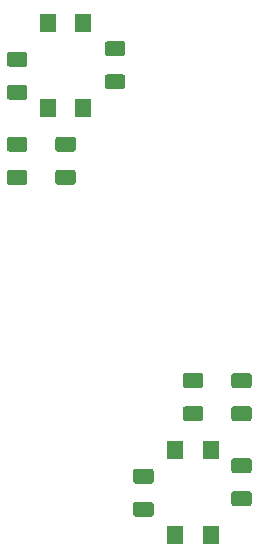
<source format=gbr>
G04 #@! TF.GenerationSoftware,KiCad,Pcbnew,(5.0.1)-4*
G04 #@! TF.CreationDate,2019-02-20T00:24:04+08:00*
G04 #@! TF.ProjectId,Xiaomi2Ali-Smart-Plug-WIFI-Module-Rev.B,5869616F6D6932416C692D536D617274,rev?*
G04 #@! TF.SameCoordinates,Original*
G04 #@! TF.FileFunction,Paste,Top*
G04 #@! TF.FilePolarity,Positive*
%FSLAX46Y46*%
G04 Gerber Fmt 4.6, Leading zero omitted, Abs format (unit mm)*
G04 Created by KiCad (PCBNEW (5.0.1)-4) date 2019/2/20 0:24:04*
%MOMM*%
%LPD*%
G01*
G04 APERTURE LIST*
%ADD10C,0.100000*%
%ADD11C,1.250000*%
%ADD12R,1.400000X1.600000*%
G04 APERTURE END LIST*
D10*
G04 #@! TO.C,R1*
G36*
X149449504Y-104276204D02*
X149473773Y-104279804D01*
X149497571Y-104285765D01*
X149520671Y-104294030D01*
X149542849Y-104304520D01*
X149563893Y-104317133D01*
X149583598Y-104331747D01*
X149601777Y-104348223D01*
X149618253Y-104366402D01*
X149632867Y-104386107D01*
X149645480Y-104407151D01*
X149655970Y-104429329D01*
X149664235Y-104452429D01*
X149670196Y-104476227D01*
X149673796Y-104500496D01*
X149675000Y-104525000D01*
X149675000Y-105275000D01*
X149673796Y-105299504D01*
X149670196Y-105323773D01*
X149664235Y-105347571D01*
X149655970Y-105370671D01*
X149645480Y-105392849D01*
X149632867Y-105413893D01*
X149618253Y-105433598D01*
X149601777Y-105451777D01*
X149583598Y-105468253D01*
X149563893Y-105482867D01*
X149542849Y-105495480D01*
X149520671Y-105505970D01*
X149497571Y-105514235D01*
X149473773Y-105520196D01*
X149449504Y-105523796D01*
X149425000Y-105525000D01*
X148175000Y-105525000D01*
X148150496Y-105523796D01*
X148126227Y-105520196D01*
X148102429Y-105514235D01*
X148079329Y-105505970D01*
X148057151Y-105495480D01*
X148036107Y-105482867D01*
X148016402Y-105468253D01*
X147998223Y-105451777D01*
X147981747Y-105433598D01*
X147967133Y-105413893D01*
X147954520Y-105392849D01*
X147944030Y-105370671D01*
X147935765Y-105347571D01*
X147929804Y-105323773D01*
X147926204Y-105299504D01*
X147925000Y-105275000D01*
X147925000Y-104525000D01*
X147926204Y-104500496D01*
X147929804Y-104476227D01*
X147935765Y-104452429D01*
X147944030Y-104429329D01*
X147954520Y-104407151D01*
X147967133Y-104386107D01*
X147981747Y-104366402D01*
X147998223Y-104348223D01*
X148016402Y-104331747D01*
X148036107Y-104317133D01*
X148057151Y-104304520D01*
X148079329Y-104294030D01*
X148102429Y-104285765D01*
X148126227Y-104279804D01*
X148150496Y-104276204D01*
X148175000Y-104275000D01*
X149425000Y-104275000D01*
X149449504Y-104276204D01*
X149449504Y-104276204D01*
G37*
D11*
X148800000Y-104900000D03*
D10*
G36*
X149449504Y-101476204D02*
X149473773Y-101479804D01*
X149497571Y-101485765D01*
X149520671Y-101494030D01*
X149542849Y-101504520D01*
X149563893Y-101517133D01*
X149583598Y-101531747D01*
X149601777Y-101548223D01*
X149618253Y-101566402D01*
X149632867Y-101586107D01*
X149645480Y-101607151D01*
X149655970Y-101629329D01*
X149664235Y-101652429D01*
X149670196Y-101676227D01*
X149673796Y-101700496D01*
X149675000Y-101725000D01*
X149675000Y-102475000D01*
X149673796Y-102499504D01*
X149670196Y-102523773D01*
X149664235Y-102547571D01*
X149655970Y-102570671D01*
X149645480Y-102592849D01*
X149632867Y-102613893D01*
X149618253Y-102633598D01*
X149601777Y-102651777D01*
X149583598Y-102668253D01*
X149563893Y-102682867D01*
X149542849Y-102695480D01*
X149520671Y-102705970D01*
X149497571Y-102714235D01*
X149473773Y-102720196D01*
X149449504Y-102723796D01*
X149425000Y-102725000D01*
X148175000Y-102725000D01*
X148150496Y-102723796D01*
X148126227Y-102720196D01*
X148102429Y-102714235D01*
X148079329Y-102705970D01*
X148057151Y-102695480D01*
X148036107Y-102682867D01*
X148016402Y-102668253D01*
X147998223Y-102651777D01*
X147981747Y-102633598D01*
X147967133Y-102613893D01*
X147954520Y-102592849D01*
X147944030Y-102570671D01*
X147935765Y-102547571D01*
X147929804Y-102523773D01*
X147926204Y-102499504D01*
X147925000Y-102475000D01*
X147925000Y-101725000D01*
X147926204Y-101700496D01*
X147929804Y-101676227D01*
X147935765Y-101652429D01*
X147944030Y-101629329D01*
X147954520Y-101607151D01*
X147967133Y-101586107D01*
X147981747Y-101566402D01*
X147998223Y-101548223D01*
X148016402Y-101531747D01*
X148036107Y-101517133D01*
X148057151Y-101504520D01*
X148079329Y-101494030D01*
X148102429Y-101485765D01*
X148126227Y-101479804D01*
X148150496Y-101476204D01*
X148175000Y-101475000D01*
X149425000Y-101475000D01*
X149449504Y-101476204D01*
X149449504Y-101476204D01*
G37*
D11*
X148800000Y-102100000D03*
G04 #@! TD*
D10*
G04 #@! TO.C,yellow*
G36*
X153549504Y-108676204D02*
X153573773Y-108679804D01*
X153597571Y-108685765D01*
X153620671Y-108694030D01*
X153642849Y-108704520D01*
X153663893Y-108717133D01*
X153683598Y-108731747D01*
X153701777Y-108748223D01*
X153718253Y-108766402D01*
X153732867Y-108786107D01*
X153745480Y-108807151D01*
X153755970Y-108829329D01*
X153764235Y-108852429D01*
X153770196Y-108876227D01*
X153773796Y-108900496D01*
X153775000Y-108925000D01*
X153775000Y-109675000D01*
X153773796Y-109699504D01*
X153770196Y-109723773D01*
X153764235Y-109747571D01*
X153755970Y-109770671D01*
X153745480Y-109792849D01*
X153732867Y-109813893D01*
X153718253Y-109833598D01*
X153701777Y-109851777D01*
X153683598Y-109868253D01*
X153663893Y-109882867D01*
X153642849Y-109895480D01*
X153620671Y-109905970D01*
X153597571Y-109914235D01*
X153573773Y-109920196D01*
X153549504Y-109923796D01*
X153525000Y-109925000D01*
X152275000Y-109925000D01*
X152250496Y-109923796D01*
X152226227Y-109920196D01*
X152202429Y-109914235D01*
X152179329Y-109905970D01*
X152157151Y-109895480D01*
X152136107Y-109882867D01*
X152116402Y-109868253D01*
X152098223Y-109851777D01*
X152081747Y-109833598D01*
X152067133Y-109813893D01*
X152054520Y-109792849D01*
X152044030Y-109770671D01*
X152035765Y-109747571D01*
X152029804Y-109723773D01*
X152026204Y-109699504D01*
X152025000Y-109675000D01*
X152025000Y-108925000D01*
X152026204Y-108900496D01*
X152029804Y-108876227D01*
X152035765Y-108852429D01*
X152044030Y-108829329D01*
X152054520Y-108807151D01*
X152067133Y-108786107D01*
X152081747Y-108766402D01*
X152098223Y-108748223D01*
X152116402Y-108731747D01*
X152136107Y-108717133D01*
X152157151Y-108704520D01*
X152179329Y-108694030D01*
X152202429Y-108685765D01*
X152226227Y-108679804D01*
X152250496Y-108676204D01*
X152275000Y-108675000D01*
X153525000Y-108675000D01*
X153549504Y-108676204D01*
X153549504Y-108676204D01*
G37*
D11*
X152900000Y-109300000D03*
D10*
G36*
X153549504Y-111476204D02*
X153573773Y-111479804D01*
X153597571Y-111485765D01*
X153620671Y-111494030D01*
X153642849Y-111504520D01*
X153663893Y-111517133D01*
X153683598Y-111531747D01*
X153701777Y-111548223D01*
X153718253Y-111566402D01*
X153732867Y-111586107D01*
X153745480Y-111607151D01*
X153755970Y-111629329D01*
X153764235Y-111652429D01*
X153770196Y-111676227D01*
X153773796Y-111700496D01*
X153775000Y-111725000D01*
X153775000Y-112475000D01*
X153773796Y-112499504D01*
X153770196Y-112523773D01*
X153764235Y-112547571D01*
X153755970Y-112570671D01*
X153745480Y-112592849D01*
X153732867Y-112613893D01*
X153718253Y-112633598D01*
X153701777Y-112651777D01*
X153683598Y-112668253D01*
X153663893Y-112682867D01*
X153642849Y-112695480D01*
X153620671Y-112705970D01*
X153597571Y-112714235D01*
X153573773Y-112720196D01*
X153549504Y-112723796D01*
X153525000Y-112725000D01*
X152275000Y-112725000D01*
X152250496Y-112723796D01*
X152226227Y-112720196D01*
X152202429Y-112714235D01*
X152179329Y-112705970D01*
X152157151Y-112695480D01*
X152136107Y-112682867D01*
X152116402Y-112668253D01*
X152098223Y-112651777D01*
X152081747Y-112633598D01*
X152067133Y-112613893D01*
X152054520Y-112592849D01*
X152044030Y-112570671D01*
X152035765Y-112547571D01*
X152029804Y-112523773D01*
X152026204Y-112499504D01*
X152025000Y-112475000D01*
X152025000Y-111725000D01*
X152026204Y-111700496D01*
X152029804Y-111676227D01*
X152035765Y-111652429D01*
X152044030Y-111629329D01*
X152054520Y-111607151D01*
X152067133Y-111586107D01*
X152081747Y-111566402D01*
X152098223Y-111548223D01*
X152116402Y-111531747D01*
X152136107Y-111517133D01*
X152157151Y-111504520D01*
X152179329Y-111494030D01*
X152202429Y-111485765D01*
X152226227Y-111479804D01*
X152250496Y-111476204D01*
X152275000Y-111475000D01*
X153525000Y-111475000D01*
X153549504Y-111476204D01*
X153549504Y-111476204D01*
G37*
D11*
X152900000Y-112100000D03*
G04 #@! TD*
D10*
G04 #@! TO.C,blue*
G36*
X145249504Y-112376204D02*
X145273773Y-112379804D01*
X145297571Y-112385765D01*
X145320671Y-112394030D01*
X145342849Y-112404520D01*
X145363893Y-112417133D01*
X145383598Y-112431747D01*
X145401777Y-112448223D01*
X145418253Y-112466402D01*
X145432867Y-112486107D01*
X145445480Y-112507151D01*
X145455970Y-112529329D01*
X145464235Y-112552429D01*
X145470196Y-112576227D01*
X145473796Y-112600496D01*
X145475000Y-112625000D01*
X145475000Y-113375000D01*
X145473796Y-113399504D01*
X145470196Y-113423773D01*
X145464235Y-113447571D01*
X145455970Y-113470671D01*
X145445480Y-113492849D01*
X145432867Y-113513893D01*
X145418253Y-113533598D01*
X145401777Y-113551777D01*
X145383598Y-113568253D01*
X145363893Y-113582867D01*
X145342849Y-113595480D01*
X145320671Y-113605970D01*
X145297571Y-113614235D01*
X145273773Y-113620196D01*
X145249504Y-113623796D01*
X145225000Y-113625000D01*
X143975000Y-113625000D01*
X143950496Y-113623796D01*
X143926227Y-113620196D01*
X143902429Y-113614235D01*
X143879329Y-113605970D01*
X143857151Y-113595480D01*
X143836107Y-113582867D01*
X143816402Y-113568253D01*
X143798223Y-113551777D01*
X143781747Y-113533598D01*
X143767133Y-113513893D01*
X143754520Y-113492849D01*
X143744030Y-113470671D01*
X143735765Y-113447571D01*
X143729804Y-113423773D01*
X143726204Y-113399504D01*
X143725000Y-113375000D01*
X143725000Y-112625000D01*
X143726204Y-112600496D01*
X143729804Y-112576227D01*
X143735765Y-112552429D01*
X143744030Y-112529329D01*
X143754520Y-112507151D01*
X143767133Y-112486107D01*
X143781747Y-112466402D01*
X143798223Y-112448223D01*
X143816402Y-112431747D01*
X143836107Y-112417133D01*
X143857151Y-112404520D01*
X143879329Y-112394030D01*
X143902429Y-112385765D01*
X143926227Y-112379804D01*
X143950496Y-112376204D01*
X143975000Y-112375000D01*
X145225000Y-112375000D01*
X145249504Y-112376204D01*
X145249504Y-112376204D01*
G37*
D11*
X144600000Y-113000000D03*
D10*
G36*
X145249504Y-109576204D02*
X145273773Y-109579804D01*
X145297571Y-109585765D01*
X145320671Y-109594030D01*
X145342849Y-109604520D01*
X145363893Y-109617133D01*
X145383598Y-109631747D01*
X145401777Y-109648223D01*
X145418253Y-109666402D01*
X145432867Y-109686107D01*
X145445480Y-109707151D01*
X145455970Y-109729329D01*
X145464235Y-109752429D01*
X145470196Y-109776227D01*
X145473796Y-109800496D01*
X145475000Y-109825000D01*
X145475000Y-110575000D01*
X145473796Y-110599504D01*
X145470196Y-110623773D01*
X145464235Y-110647571D01*
X145455970Y-110670671D01*
X145445480Y-110692849D01*
X145432867Y-110713893D01*
X145418253Y-110733598D01*
X145401777Y-110751777D01*
X145383598Y-110768253D01*
X145363893Y-110782867D01*
X145342849Y-110795480D01*
X145320671Y-110805970D01*
X145297571Y-110814235D01*
X145273773Y-110820196D01*
X145249504Y-110823796D01*
X145225000Y-110825000D01*
X143975000Y-110825000D01*
X143950496Y-110823796D01*
X143926227Y-110820196D01*
X143902429Y-110814235D01*
X143879329Y-110805970D01*
X143857151Y-110795480D01*
X143836107Y-110782867D01*
X143816402Y-110768253D01*
X143798223Y-110751777D01*
X143781747Y-110733598D01*
X143767133Y-110713893D01*
X143754520Y-110692849D01*
X143744030Y-110670671D01*
X143735765Y-110647571D01*
X143729804Y-110623773D01*
X143726204Y-110599504D01*
X143725000Y-110575000D01*
X143725000Y-109825000D01*
X143726204Y-109800496D01*
X143729804Y-109776227D01*
X143735765Y-109752429D01*
X143744030Y-109729329D01*
X143754520Y-109707151D01*
X143767133Y-109686107D01*
X143781747Y-109666402D01*
X143798223Y-109648223D01*
X143816402Y-109631747D01*
X143836107Y-109617133D01*
X143857151Y-109604520D01*
X143879329Y-109594030D01*
X143902429Y-109585765D01*
X143926227Y-109579804D01*
X143950496Y-109576204D01*
X143975000Y-109575000D01*
X145225000Y-109575000D01*
X145249504Y-109576204D01*
X145249504Y-109576204D01*
G37*
D11*
X144600000Y-110200000D03*
G04 #@! TD*
D12*
G04 #@! TO.C,SW1*
X147300000Y-108000000D03*
X147300000Y-115200000D03*
X150300000Y-108000000D03*
X150300000Y-115200000D03*
G04 #@! TD*
D10*
G04 #@! TO.C,R2*
G36*
X153549504Y-101476204D02*
X153573773Y-101479804D01*
X153597571Y-101485765D01*
X153620671Y-101494030D01*
X153642849Y-101504520D01*
X153663893Y-101517133D01*
X153683598Y-101531747D01*
X153701777Y-101548223D01*
X153718253Y-101566402D01*
X153732867Y-101586107D01*
X153745480Y-101607151D01*
X153755970Y-101629329D01*
X153764235Y-101652429D01*
X153770196Y-101676227D01*
X153773796Y-101700496D01*
X153775000Y-101725000D01*
X153775000Y-102475000D01*
X153773796Y-102499504D01*
X153770196Y-102523773D01*
X153764235Y-102547571D01*
X153755970Y-102570671D01*
X153745480Y-102592849D01*
X153732867Y-102613893D01*
X153718253Y-102633598D01*
X153701777Y-102651777D01*
X153683598Y-102668253D01*
X153663893Y-102682867D01*
X153642849Y-102695480D01*
X153620671Y-102705970D01*
X153597571Y-102714235D01*
X153573773Y-102720196D01*
X153549504Y-102723796D01*
X153525000Y-102725000D01*
X152275000Y-102725000D01*
X152250496Y-102723796D01*
X152226227Y-102720196D01*
X152202429Y-102714235D01*
X152179329Y-102705970D01*
X152157151Y-102695480D01*
X152136107Y-102682867D01*
X152116402Y-102668253D01*
X152098223Y-102651777D01*
X152081747Y-102633598D01*
X152067133Y-102613893D01*
X152054520Y-102592849D01*
X152044030Y-102570671D01*
X152035765Y-102547571D01*
X152029804Y-102523773D01*
X152026204Y-102499504D01*
X152025000Y-102475000D01*
X152025000Y-101725000D01*
X152026204Y-101700496D01*
X152029804Y-101676227D01*
X152035765Y-101652429D01*
X152044030Y-101629329D01*
X152054520Y-101607151D01*
X152067133Y-101586107D01*
X152081747Y-101566402D01*
X152098223Y-101548223D01*
X152116402Y-101531747D01*
X152136107Y-101517133D01*
X152157151Y-101504520D01*
X152179329Y-101494030D01*
X152202429Y-101485765D01*
X152226227Y-101479804D01*
X152250496Y-101476204D01*
X152275000Y-101475000D01*
X153525000Y-101475000D01*
X153549504Y-101476204D01*
X153549504Y-101476204D01*
G37*
D11*
X152900000Y-102100000D03*
D10*
G36*
X153549504Y-104276204D02*
X153573773Y-104279804D01*
X153597571Y-104285765D01*
X153620671Y-104294030D01*
X153642849Y-104304520D01*
X153663893Y-104317133D01*
X153683598Y-104331747D01*
X153701777Y-104348223D01*
X153718253Y-104366402D01*
X153732867Y-104386107D01*
X153745480Y-104407151D01*
X153755970Y-104429329D01*
X153764235Y-104452429D01*
X153770196Y-104476227D01*
X153773796Y-104500496D01*
X153775000Y-104525000D01*
X153775000Y-105275000D01*
X153773796Y-105299504D01*
X153770196Y-105323773D01*
X153764235Y-105347571D01*
X153755970Y-105370671D01*
X153745480Y-105392849D01*
X153732867Y-105413893D01*
X153718253Y-105433598D01*
X153701777Y-105451777D01*
X153683598Y-105468253D01*
X153663893Y-105482867D01*
X153642849Y-105495480D01*
X153620671Y-105505970D01*
X153597571Y-105514235D01*
X153573773Y-105520196D01*
X153549504Y-105523796D01*
X153525000Y-105525000D01*
X152275000Y-105525000D01*
X152250496Y-105523796D01*
X152226227Y-105520196D01*
X152202429Y-105514235D01*
X152179329Y-105505970D01*
X152157151Y-105495480D01*
X152136107Y-105482867D01*
X152116402Y-105468253D01*
X152098223Y-105451777D01*
X152081747Y-105433598D01*
X152067133Y-105413893D01*
X152054520Y-105392849D01*
X152044030Y-105370671D01*
X152035765Y-105347571D01*
X152029804Y-105323773D01*
X152026204Y-105299504D01*
X152025000Y-105275000D01*
X152025000Y-104525000D01*
X152026204Y-104500496D01*
X152029804Y-104476227D01*
X152035765Y-104452429D01*
X152044030Y-104429329D01*
X152054520Y-104407151D01*
X152067133Y-104386107D01*
X152081747Y-104366402D01*
X152098223Y-104348223D01*
X152116402Y-104331747D01*
X152136107Y-104317133D01*
X152157151Y-104304520D01*
X152179329Y-104294030D01*
X152202429Y-104285765D01*
X152226227Y-104279804D01*
X152250496Y-104276204D01*
X152275000Y-104275000D01*
X153525000Y-104275000D01*
X153549504Y-104276204D01*
X153549504Y-104276204D01*
G37*
D11*
X152900000Y-104900000D03*
G04 #@! TD*
D10*
G04 #@! TO.C,blue*
G36*
X142849504Y-76176204D02*
X142873773Y-76179804D01*
X142897571Y-76185765D01*
X142920671Y-76194030D01*
X142942849Y-76204520D01*
X142963893Y-76217133D01*
X142983598Y-76231747D01*
X143001777Y-76248223D01*
X143018253Y-76266402D01*
X143032867Y-76286107D01*
X143045480Y-76307151D01*
X143055970Y-76329329D01*
X143064235Y-76352429D01*
X143070196Y-76376227D01*
X143073796Y-76400496D01*
X143075000Y-76425000D01*
X143075000Y-77175000D01*
X143073796Y-77199504D01*
X143070196Y-77223773D01*
X143064235Y-77247571D01*
X143055970Y-77270671D01*
X143045480Y-77292849D01*
X143032867Y-77313893D01*
X143018253Y-77333598D01*
X143001777Y-77351777D01*
X142983598Y-77368253D01*
X142963893Y-77382867D01*
X142942849Y-77395480D01*
X142920671Y-77405970D01*
X142897571Y-77414235D01*
X142873773Y-77420196D01*
X142849504Y-77423796D01*
X142825000Y-77425000D01*
X141575000Y-77425000D01*
X141550496Y-77423796D01*
X141526227Y-77420196D01*
X141502429Y-77414235D01*
X141479329Y-77405970D01*
X141457151Y-77395480D01*
X141436107Y-77382867D01*
X141416402Y-77368253D01*
X141398223Y-77351777D01*
X141381747Y-77333598D01*
X141367133Y-77313893D01*
X141354520Y-77292849D01*
X141344030Y-77270671D01*
X141335765Y-77247571D01*
X141329804Y-77223773D01*
X141326204Y-77199504D01*
X141325000Y-77175000D01*
X141325000Y-76425000D01*
X141326204Y-76400496D01*
X141329804Y-76376227D01*
X141335765Y-76352429D01*
X141344030Y-76329329D01*
X141354520Y-76307151D01*
X141367133Y-76286107D01*
X141381747Y-76266402D01*
X141398223Y-76248223D01*
X141416402Y-76231747D01*
X141436107Y-76217133D01*
X141457151Y-76204520D01*
X141479329Y-76194030D01*
X141502429Y-76185765D01*
X141526227Y-76179804D01*
X141550496Y-76176204D01*
X141575000Y-76175000D01*
X142825000Y-76175000D01*
X142849504Y-76176204D01*
X142849504Y-76176204D01*
G37*
D11*
X142200000Y-76800000D03*
D10*
G36*
X142849504Y-73376204D02*
X142873773Y-73379804D01*
X142897571Y-73385765D01*
X142920671Y-73394030D01*
X142942849Y-73404520D01*
X142963893Y-73417133D01*
X142983598Y-73431747D01*
X143001777Y-73448223D01*
X143018253Y-73466402D01*
X143032867Y-73486107D01*
X143045480Y-73507151D01*
X143055970Y-73529329D01*
X143064235Y-73552429D01*
X143070196Y-73576227D01*
X143073796Y-73600496D01*
X143075000Y-73625000D01*
X143075000Y-74375000D01*
X143073796Y-74399504D01*
X143070196Y-74423773D01*
X143064235Y-74447571D01*
X143055970Y-74470671D01*
X143045480Y-74492849D01*
X143032867Y-74513893D01*
X143018253Y-74533598D01*
X143001777Y-74551777D01*
X142983598Y-74568253D01*
X142963893Y-74582867D01*
X142942849Y-74595480D01*
X142920671Y-74605970D01*
X142897571Y-74614235D01*
X142873773Y-74620196D01*
X142849504Y-74623796D01*
X142825000Y-74625000D01*
X141575000Y-74625000D01*
X141550496Y-74623796D01*
X141526227Y-74620196D01*
X141502429Y-74614235D01*
X141479329Y-74605970D01*
X141457151Y-74595480D01*
X141436107Y-74582867D01*
X141416402Y-74568253D01*
X141398223Y-74551777D01*
X141381747Y-74533598D01*
X141367133Y-74513893D01*
X141354520Y-74492849D01*
X141344030Y-74470671D01*
X141335765Y-74447571D01*
X141329804Y-74423773D01*
X141326204Y-74399504D01*
X141325000Y-74375000D01*
X141325000Y-73625000D01*
X141326204Y-73600496D01*
X141329804Y-73576227D01*
X141335765Y-73552429D01*
X141344030Y-73529329D01*
X141354520Y-73507151D01*
X141367133Y-73486107D01*
X141381747Y-73466402D01*
X141398223Y-73448223D01*
X141416402Y-73431747D01*
X141436107Y-73417133D01*
X141457151Y-73404520D01*
X141479329Y-73394030D01*
X141502429Y-73385765D01*
X141526227Y-73379804D01*
X141550496Y-73376204D01*
X141575000Y-73375000D01*
X142825000Y-73375000D01*
X142849504Y-73376204D01*
X142849504Y-73376204D01*
G37*
D11*
X142200000Y-74000000D03*
G04 #@! TD*
D10*
G04 #@! TO.C,yellow*
G36*
X134549504Y-74276204D02*
X134573773Y-74279804D01*
X134597571Y-74285765D01*
X134620671Y-74294030D01*
X134642849Y-74304520D01*
X134663893Y-74317133D01*
X134683598Y-74331747D01*
X134701777Y-74348223D01*
X134718253Y-74366402D01*
X134732867Y-74386107D01*
X134745480Y-74407151D01*
X134755970Y-74429329D01*
X134764235Y-74452429D01*
X134770196Y-74476227D01*
X134773796Y-74500496D01*
X134775000Y-74525000D01*
X134775000Y-75275000D01*
X134773796Y-75299504D01*
X134770196Y-75323773D01*
X134764235Y-75347571D01*
X134755970Y-75370671D01*
X134745480Y-75392849D01*
X134732867Y-75413893D01*
X134718253Y-75433598D01*
X134701777Y-75451777D01*
X134683598Y-75468253D01*
X134663893Y-75482867D01*
X134642849Y-75495480D01*
X134620671Y-75505970D01*
X134597571Y-75514235D01*
X134573773Y-75520196D01*
X134549504Y-75523796D01*
X134525000Y-75525000D01*
X133275000Y-75525000D01*
X133250496Y-75523796D01*
X133226227Y-75520196D01*
X133202429Y-75514235D01*
X133179329Y-75505970D01*
X133157151Y-75495480D01*
X133136107Y-75482867D01*
X133116402Y-75468253D01*
X133098223Y-75451777D01*
X133081747Y-75433598D01*
X133067133Y-75413893D01*
X133054520Y-75392849D01*
X133044030Y-75370671D01*
X133035765Y-75347571D01*
X133029804Y-75323773D01*
X133026204Y-75299504D01*
X133025000Y-75275000D01*
X133025000Y-74525000D01*
X133026204Y-74500496D01*
X133029804Y-74476227D01*
X133035765Y-74452429D01*
X133044030Y-74429329D01*
X133054520Y-74407151D01*
X133067133Y-74386107D01*
X133081747Y-74366402D01*
X133098223Y-74348223D01*
X133116402Y-74331747D01*
X133136107Y-74317133D01*
X133157151Y-74304520D01*
X133179329Y-74294030D01*
X133202429Y-74285765D01*
X133226227Y-74279804D01*
X133250496Y-74276204D01*
X133275000Y-74275000D01*
X134525000Y-74275000D01*
X134549504Y-74276204D01*
X134549504Y-74276204D01*
G37*
D11*
X133900000Y-74900000D03*
D10*
G36*
X134549504Y-77076204D02*
X134573773Y-77079804D01*
X134597571Y-77085765D01*
X134620671Y-77094030D01*
X134642849Y-77104520D01*
X134663893Y-77117133D01*
X134683598Y-77131747D01*
X134701777Y-77148223D01*
X134718253Y-77166402D01*
X134732867Y-77186107D01*
X134745480Y-77207151D01*
X134755970Y-77229329D01*
X134764235Y-77252429D01*
X134770196Y-77276227D01*
X134773796Y-77300496D01*
X134775000Y-77325000D01*
X134775000Y-78075000D01*
X134773796Y-78099504D01*
X134770196Y-78123773D01*
X134764235Y-78147571D01*
X134755970Y-78170671D01*
X134745480Y-78192849D01*
X134732867Y-78213893D01*
X134718253Y-78233598D01*
X134701777Y-78251777D01*
X134683598Y-78268253D01*
X134663893Y-78282867D01*
X134642849Y-78295480D01*
X134620671Y-78305970D01*
X134597571Y-78314235D01*
X134573773Y-78320196D01*
X134549504Y-78323796D01*
X134525000Y-78325000D01*
X133275000Y-78325000D01*
X133250496Y-78323796D01*
X133226227Y-78320196D01*
X133202429Y-78314235D01*
X133179329Y-78305970D01*
X133157151Y-78295480D01*
X133136107Y-78282867D01*
X133116402Y-78268253D01*
X133098223Y-78251777D01*
X133081747Y-78233598D01*
X133067133Y-78213893D01*
X133054520Y-78192849D01*
X133044030Y-78170671D01*
X133035765Y-78147571D01*
X133029804Y-78123773D01*
X133026204Y-78099504D01*
X133025000Y-78075000D01*
X133025000Y-77325000D01*
X133026204Y-77300496D01*
X133029804Y-77276227D01*
X133035765Y-77252429D01*
X133044030Y-77229329D01*
X133054520Y-77207151D01*
X133067133Y-77186107D01*
X133081747Y-77166402D01*
X133098223Y-77148223D01*
X133116402Y-77131747D01*
X133136107Y-77117133D01*
X133157151Y-77104520D01*
X133179329Y-77094030D01*
X133202429Y-77085765D01*
X133226227Y-77079804D01*
X133250496Y-77076204D01*
X133275000Y-77075000D01*
X134525000Y-77075000D01*
X134549504Y-77076204D01*
X134549504Y-77076204D01*
G37*
D11*
X133900000Y-77700000D03*
G04 #@! TD*
D10*
G04 #@! TO.C,R1*
G36*
X138649504Y-84276204D02*
X138673773Y-84279804D01*
X138697571Y-84285765D01*
X138720671Y-84294030D01*
X138742849Y-84304520D01*
X138763893Y-84317133D01*
X138783598Y-84331747D01*
X138801777Y-84348223D01*
X138818253Y-84366402D01*
X138832867Y-84386107D01*
X138845480Y-84407151D01*
X138855970Y-84429329D01*
X138864235Y-84452429D01*
X138870196Y-84476227D01*
X138873796Y-84500496D01*
X138875000Y-84525000D01*
X138875000Y-85275000D01*
X138873796Y-85299504D01*
X138870196Y-85323773D01*
X138864235Y-85347571D01*
X138855970Y-85370671D01*
X138845480Y-85392849D01*
X138832867Y-85413893D01*
X138818253Y-85433598D01*
X138801777Y-85451777D01*
X138783598Y-85468253D01*
X138763893Y-85482867D01*
X138742849Y-85495480D01*
X138720671Y-85505970D01*
X138697571Y-85514235D01*
X138673773Y-85520196D01*
X138649504Y-85523796D01*
X138625000Y-85525000D01*
X137375000Y-85525000D01*
X137350496Y-85523796D01*
X137326227Y-85520196D01*
X137302429Y-85514235D01*
X137279329Y-85505970D01*
X137257151Y-85495480D01*
X137236107Y-85482867D01*
X137216402Y-85468253D01*
X137198223Y-85451777D01*
X137181747Y-85433598D01*
X137167133Y-85413893D01*
X137154520Y-85392849D01*
X137144030Y-85370671D01*
X137135765Y-85347571D01*
X137129804Y-85323773D01*
X137126204Y-85299504D01*
X137125000Y-85275000D01*
X137125000Y-84525000D01*
X137126204Y-84500496D01*
X137129804Y-84476227D01*
X137135765Y-84452429D01*
X137144030Y-84429329D01*
X137154520Y-84407151D01*
X137167133Y-84386107D01*
X137181747Y-84366402D01*
X137198223Y-84348223D01*
X137216402Y-84331747D01*
X137236107Y-84317133D01*
X137257151Y-84304520D01*
X137279329Y-84294030D01*
X137302429Y-84285765D01*
X137326227Y-84279804D01*
X137350496Y-84276204D01*
X137375000Y-84275000D01*
X138625000Y-84275000D01*
X138649504Y-84276204D01*
X138649504Y-84276204D01*
G37*
D11*
X138000000Y-84900000D03*
D10*
G36*
X138649504Y-81476204D02*
X138673773Y-81479804D01*
X138697571Y-81485765D01*
X138720671Y-81494030D01*
X138742849Y-81504520D01*
X138763893Y-81517133D01*
X138783598Y-81531747D01*
X138801777Y-81548223D01*
X138818253Y-81566402D01*
X138832867Y-81586107D01*
X138845480Y-81607151D01*
X138855970Y-81629329D01*
X138864235Y-81652429D01*
X138870196Y-81676227D01*
X138873796Y-81700496D01*
X138875000Y-81725000D01*
X138875000Y-82475000D01*
X138873796Y-82499504D01*
X138870196Y-82523773D01*
X138864235Y-82547571D01*
X138855970Y-82570671D01*
X138845480Y-82592849D01*
X138832867Y-82613893D01*
X138818253Y-82633598D01*
X138801777Y-82651777D01*
X138783598Y-82668253D01*
X138763893Y-82682867D01*
X138742849Y-82695480D01*
X138720671Y-82705970D01*
X138697571Y-82714235D01*
X138673773Y-82720196D01*
X138649504Y-82723796D01*
X138625000Y-82725000D01*
X137375000Y-82725000D01*
X137350496Y-82723796D01*
X137326227Y-82720196D01*
X137302429Y-82714235D01*
X137279329Y-82705970D01*
X137257151Y-82695480D01*
X137236107Y-82682867D01*
X137216402Y-82668253D01*
X137198223Y-82651777D01*
X137181747Y-82633598D01*
X137167133Y-82613893D01*
X137154520Y-82592849D01*
X137144030Y-82570671D01*
X137135765Y-82547571D01*
X137129804Y-82523773D01*
X137126204Y-82499504D01*
X137125000Y-82475000D01*
X137125000Y-81725000D01*
X137126204Y-81700496D01*
X137129804Y-81676227D01*
X137135765Y-81652429D01*
X137144030Y-81629329D01*
X137154520Y-81607151D01*
X137167133Y-81586107D01*
X137181747Y-81566402D01*
X137198223Y-81548223D01*
X137216402Y-81531747D01*
X137236107Y-81517133D01*
X137257151Y-81504520D01*
X137279329Y-81494030D01*
X137302429Y-81485765D01*
X137326227Y-81479804D01*
X137350496Y-81476204D01*
X137375000Y-81475000D01*
X138625000Y-81475000D01*
X138649504Y-81476204D01*
X138649504Y-81476204D01*
G37*
D11*
X138000000Y-82100000D03*
G04 #@! TD*
D10*
G04 #@! TO.C,R2*
G36*
X134549504Y-81476204D02*
X134573773Y-81479804D01*
X134597571Y-81485765D01*
X134620671Y-81494030D01*
X134642849Y-81504520D01*
X134663893Y-81517133D01*
X134683598Y-81531747D01*
X134701777Y-81548223D01*
X134718253Y-81566402D01*
X134732867Y-81586107D01*
X134745480Y-81607151D01*
X134755970Y-81629329D01*
X134764235Y-81652429D01*
X134770196Y-81676227D01*
X134773796Y-81700496D01*
X134775000Y-81725000D01*
X134775000Y-82475000D01*
X134773796Y-82499504D01*
X134770196Y-82523773D01*
X134764235Y-82547571D01*
X134755970Y-82570671D01*
X134745480Y-82592849D01*
X134732867Y-82613893D01*
X134718253Y-82633598D01*
X134701777Y-82651777D01*
X134683598Y-82668253D01*
X134663893Y-82682867D01*
X134642849Y-82695480D01*
X134620671Y-82705970D01*
X134597571Y-82714235D01*
X134573773Y-82720196D01*
X134549504Y-82723796D01*
X134525000Y-82725000D01*
X133275000Y-82725000D01*
X133250496Y-82723796D01*
X133226227Y-82720196D01*
X133202429Y-82714235D01*
X133179329Y-82705970D01*
X133157151Y-82695480D01*
X133136107Y-82682867D01*
X133116402Y-82668253D01*
X133098223Y-82651777D01*
X133081747Y-82633598D01*
X133067133Y-82613893D01*
X133054520Y-82592849D01*
X133044030Y-82570671D01*
X133035765Y-82547571D01*
X133029804Y-82523773D01*
X133026204Y-82499504D01*
X133025000Y-82475000D01*
X133025000Y-81725000D01*
X133026204Y-81700496D01*
X133029804Y-81676227D01*
X133035765Y-81652429D01*
X133044030Y-81629329D01*
X133054520Y-81607151D01*
X133067133Y-81586107D01*
X133081747Y-81566402D01*
X133098223Y-81548223D01*
X133116402Y-81531747D01*
X133136107Y-81517133D01*
X133157151Y-81504520D01*
X133179329Y-81494030D01*
X133202429Y-81485765D01*
X133226227Y-81479804D01*
X133250496Y-81476204D01*
X133275000Y-81475000D01*
X134525000Y-81475000D01*
X134549504Y-81476204D01*
X134549504Y-81476204D01*
G37*
D11*
X133900000Y-82100000D03*
D10*
G36*
X134549504Y-84276204D02*
X134573773Y-84279804D01*
X134597571Y-84285765D01*
X134620671Y-84294030D01*
X134642849Y-84304520D01*
X134663893Y-84317133D01*
X134683598Y-84331747D01*
X134701777Y-84348223D01*
X134718253Y-84366402D01*
X134732867Y-84386107D01*
X134745480Y-84407151D01*
X134755970Y-84429329D01*
X134764235Y-84452429D01*
X134770196Y-84476227D01*
X134773796Y-84500496D01*
X134775000Y-84525000D01*
X134775000Y-85275000D01*
X134773796Y-85299504D01*
X134770196Y-85323773D01*
X134764235Y-85347571D01*
X134755970Y-85370671D01*
X134745480Y-85392849D01*
X134732867Y-85413893D01*
X134718253Y-85433598D01*
X134701777Y-85451777D01*
X134683598Y-85468253D01*
X134663893Y-85482867D01*
X134642849Y-85495480D01*
X134620671Y-85505970D01*
X134597571Y-85514235D01*
X134573773Y-85520196D01*
X134549504Y-85523796D01*
X134525000Y-85525000D01*
X133275000Y-85525000D01*
X133250496Y-85523796D01*
X133226227Y-85520196D01*
X133202429Y-85514235D01*
X133179329Y-85505970D01*
X133157151Y-85495480D01*
X133136107Y-85482867D01*
X133116402Y-85468253D01*
X133098223Y-85451777D01*
X133081747Y-85433598D01*
X133067133Y-85413893D01*
X133054520Y-85392849D01*
X133044030Y-85370671D01*
X133035765Y-85347571D01*
X133029804Y-85323773D01*
X133026204Y-85299504D01*
X133025000Y-85275000D01*
X133025000Y-84525000D01*
X133026204Y-84500496D01*
X133029804Y-84476227D01*
X133035765Y-84452429D01*
X133044030Y-84429329D01*
X133054520Y-84407151D01*
X133067133Y-84386107D01*
X133081747Y-84366402D01*
X133098223Y-84348223D01*
X133116402Y-84331747D01*
X133136107Y-84317133D01*
X133157151Y-84304520D01*
X133179329Y-84294030D01*
X133202429Y-84285765D01*
X133226227Y-84279804D01*
X133250496Y-84276204D01*
X133275000Y-84275000D01*
X134525000Y-84275000D01*
X134549504Y-84276204D01*
X134549504Y-84276204D01*
G37*
D11*
X133900000Y-84900000D03*
G04 #@! TD*
D12*
G04 #@! TO.C,SW1*
X136500000Y-71800000D03*
X136500000Y-79000000D03*
X139500000Y-71800000D03*
X139500000Y-79000000D03*
G04 #@! TD*
M02*

</source>
